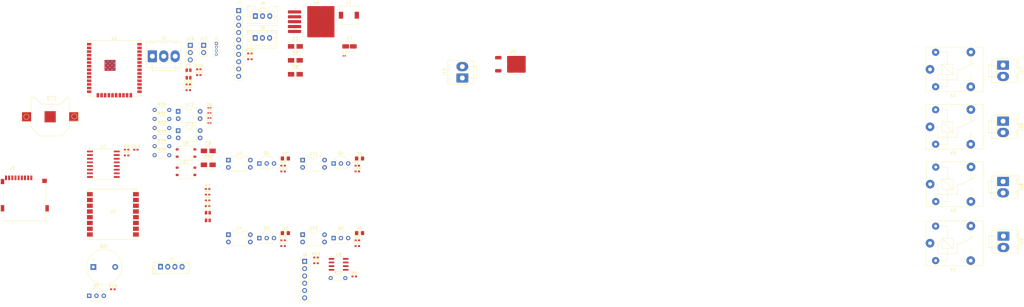
<source format=kicad_pcb>
(kicad_pcb (version 20240108) (generator "pcbnew") (generator_version "8.0")
  (layers (0 "F.Cu" signal) (31 "B.Cu" signal) (34 "B.Paste" user) (35 "F.Paste" user) (36 "B.SilkS" user "B.Silkscreen") (37 "F.SilkS" user "F.Silkscreen") (38 "B.Mask" user) (39 "F.Mask" user) (44 "Edge.Cuts" user))
  (net 0 "")
  (net 1 "+5V")
  (net 2 "Net-(BZ1--)")
  (net 3 "+12V")
  (net 4 "+3.3V")
  (net 5 "GND")
  (net 6 "Net-(D10-A)")
  (net 7 "Net-(D6--)")
  (net 8 "Net-(D11-A)")
  (net 9 "Net-(D7--)")
  (net 10 "Net-(D1-A)")
  (net 11 "Net-(BT1-+)")
  (net 12 "Net-(D2-A)")
  (net 13 "Net-(D3-K)")
  (net 14 "Net-(D4-A)")
  (net 15 "Net-(D5-A)")
  (net 16 "Net-(J1-Pin_3)")
  (net 17 "Net-(J1-Pin_2)")
  (net 18 "/AC Trip/N")
  (net 19 "Net-(D6-Pad2)")
  (net 20 "Net-(D7-Pad2)")
  (net 21 "Net-(D10-K)")
  (net 22 "Net-(D11-K)")
  (net 23 "Net-(D12-A)")
  (net 24 "Net-(D13-A)")
  (net 25 "/AC Trip/T2")
  (net 26 "/AC Trip/T1")
  (net 27 "/Tx")
  (net 28 "/Rx")
  (net 30 "/SCL")
  (net 33 "/SDA")
  (net 34 "/D34")
  (net 36 "/D35")
  (net 37 "Net-(J12-Pin_1)")
  (net 38 "/Relay Motor1/220V")
  (net 40 "/Relay Motor1/MOTOR1")
  (net 41 "/Relay Motor2/MOTOR1")
  (net 42 "/Relay Motor2/220V")
  (net 44 "Net-(Q1-C)")
  (net 45 "/RELAY2/220V")
  (net 46 "/RELAY2/MOTOR1")
  (net 47 "/RELAY/220V")
  (net 49 "/RELAY/MOTOR1")
  (net 50 "/VDD")
  (net 51 "Net-(R1-Pad2)")
  (net 52 "Net-(Q1-B)")
  (net 54 "Net-(Q3-C)")
  (net 58 "Net-(Q5-B)")
  (net 59 "/D27")
  (net 60 "/D28")
  (net 61 "Net-(R2-Pad2)")
  (net 62 "Net-(R11-Pad2)")
  (net 63 "Net-(R12-Pad1)")
  (net 64 "/CS")
  (net 65 "/MISO")
  (net 66 "/CLK")
  (net 67 "/MOSI")
  (net 68 "/D25")
  (net 69 "Net-(Q2-C)")
  (net 70 "Net-(R15-Pad1)")
  (net 73 "Net-(Q3-B)")
  (net 77 "Net-(R16-Pad1)")
  (net 81 "/D26")
  (net 82 "Net-(R17-Pad2)")
  (net 83 "/D4")
  (net 84 "/D12")
  (net 86 "/D13")
  (net 87 "/D2")
  (net 88 "Net-(Q4-C)")
  (net 89 "Net-(R29-Pad1)")
  (net 90 "/SCK")
  (net 91 "/D15")
  (net 92 "/D33")
  (net 99 "Net-(Q2-B)")
  (net 100 "Net-(Q4-B)")
  (footprint "Diode_SMD:D_0201_0603Metric_Pad0.64x0.40mm_HandSolder" (layer "F.Cu") (at -61.86 89.42)
    (property "Reference" "D8" (at 0 -1.05 0) (layer "F.SilkS"))
    (property "Value" "D_Schottky_Small_Filled")
    (pad "1" smd roundrect (at -0.4075 0) (size 0.635 0.4) (layers "F.Cu" "F.Mask") (net 6 "Net-(D10-A)"))
    (pad "2" smd roundrect (at 0.4075 0) (size 0.635 0.4) (layers "F.Cu" "F.Mask") (net 7 "Net-(D6--)"))
  )
  (footprint "Diode_SMD:D_0201_0603Metric" (layer "F.Cu") (at -15.015 71.31)
    (property "Reference" "D3" (at 0 -1.05 0) (layer "F.SilkS"))
    (property "Value" "1N5822")
    (pad "1" smd roundrect (at -0.32 0) (size 0.46 0.4) (layers "F.Cu" "F.Mask") (net 13 "Net-(D3-K)"))
    (pad "2" smd roundrect (at 0.32 0) (size 0.46 0.4) (layers "F.Cu" "F.Mask") (net 5 "GND"))
  )
  (footprint "MSD-4-A:CUI_MSD-4-A" (layer "F.Cu") (at -126 121.5)
    (property "Reference" "J3" (at -4.325 -11.135 0) (layer "F.SilkS"))
    (property "Value" "MSD-4-A")
    (pad "" np_thru_hole circle (at -4.95 3.25) (size 1 1) (drill 1) (layers "*.Cu" "*.Mask"))
    (pad "" np_thru_hole circle (at 3.05 3.25) (size 1 1) (drill 1) (layers "*.Cu" "*.Mask"))
    (pad "1" smd rect (at 2.25 -7.75) (size 0.7 1.6) (layers "F.Cu" "F.Paste" "F.Mask"))
    (pad "2" smd rect (at 1.15 -7.75) (size 0.7 1.6) (layers "F.Cu" "F.Paste" "F.Mask") (net 64 "/CS"))
    (pad "3" smd rect (at 0.05 -7.75) (size 0.7 1.6) (layers "F.Cu" "F.Paste" "F.Mask") (net 65 "/MISO"))
    (pad "4" smd rect (at -1.05 -7.75) (size 0.7 1.6) (layers "F.Cu" "F.Paste" "F.Mask") (net 4 "+3.3V"))
    (pad "5" smd rect (at -2.15 -7.75) (size 0.7 1.6) (layers "F.Cu" "F.Paste" "F.Mask") (net 66 "/CLK"))
    (pad "6" smd rect (at -3.25 -7.75) (size 0.7 1.6) (layers "F.Cu" "F.Paste" "F.Mask") (net 5 "GND"))
    (pad "7" smd rect (at -4.35 -7.75) (size 0.7 1.6) (layers "F.Cu" "F.Paste" "F.Mask") (net 67 "/MOSI"))
    (pad "8" smd rect (at -5.45 -7.75) (size 0.7 1.6) (layers "F.Cu" "F.Paste" "F.Mask"))
    (pad "CD" smd rect (at -6.55 -7.75) (size 0.7 1.6) (layers "F.Cu" "F.Paste" "F.Mask"))
    (pad "G1" smd rect (at -7.75 -6.45) (size 1.2 1.8) (layers "F.Cu" "F.Paste" "F.Mask") (net 5 "GND"))
    (pad "G2" smd rect (at 6.85 -6.7) (size 1.6 1.5) (layers "F.Cu" "F.Paste" "F.Mask") (net 5 "GND"))
    (pad "G3" smd rect (at -7.75 2.85) (size 1.2 2.2) (layers "F.Cu" "F.Paste" "F.Mask") (net 5 "GND"))
    (pad "G4" smd rect (at 7.75 2.85) (size 1.2 2.2) (layers "F.Cu" "F.Paste" "F.Mask") (net 5 "GND"))
  )
  (footprint "Resistor_THT:R_Axial_DIN0204_L3.6mm_D1.6mm_P5.08mm_Horizontal" (layer "F.Cu") (at -80.9 93.27)
    (property "Reference" "R21" (at 2.54 -1.92 0) (layer "F.SilkS"))
    (property "Value" "150K")
    (pad "1" thru_hole circle (at 0 0) (size 1.4 1.4) (drill 0.7) (layers "*.Cu" "*.Mask") (net 20 "Net-(D7-Pad2)"))
    (pad "2" thru_hole oval (at 5.08 0) (size 1.4 1.4) (drill 0.7) (layers "*.Cu" "*.Mask") (net 25 "/AC Trip/T2"))
  )
  (footprint "Package_TO_SOT_THT:TO-92_Inline_Wide" (layer "F.Cu") (at -44.51 134.72)
    (property "Reference" "Q3" (at 2.54 -3.56 0) (layer "F.SilkS"))
    (property "Value" "2N5551-TA")
    (pad "1" thru_hole rect (at 0 0) (size 1.5 1.5) (drill 0.8) (layers "*.Cu" "*.Mask") (net 54 "Net-(Q3-C)"))
    (pad "2" thru_hole circle (at 2.54 0) (size 1.5 1.5) (drill 0.8) (layers "*.Cu" "*.Mask") (net 73 "Net-(Q3-B)"))
    (pad "3" thru_hole circle (at 5.08 0) (size 1.5 1.5) (drill 0.8) (layers "*.Cu" "*.Mask") (net 5 "GND"))
  )
  (footprint "Connector_Molex:Molex_KK-396_A-41791-0002_1x02_P3.96mm_Vertical" (layer "F.Cu") (at 213.895 74.52 -90)
    (property "Reference" "J17" (at 1.98 -6.31 90) (layer "F.SilkS"))
    (property "Value" "AUTO DRAIN")
    (pad "1" thru_hole roundrect (at 0 0 270) (size 3.16 4.1) (drill 1.7) (layers "*.Cu" "*.Mask") (roundrect_rratio 0.079114) (net 45 "/RELAY2/220V"))
    (pad "2" thru_hole oval (at 3.96 0 270) (size 3.16 4.1) (drill 1.7) (layers "*.Cu" "*.Mask") (net 46 "/RELAY2/MOTOR1"))
  )
  (footprint "Package_DIP:DIP-4_W7.62mm" (layer "F.Cu") (at -72.72 90.62)
    (property "Reference" "U12" (at 3.81 -2.33 0) (layer "F.SilkS"))
    (property "Value" "PC817")
    (pad "1" thru_hole rect (at 0 0) (size 1.6 1.6) (drill 0.8) (layers "*.Cu" "*.Mask") (net 21 "Net-(D10-K)"))
    (pad "2" thru_hole oval (at 0 2.54) (size 1.6 1.6) (drill 0.8) (layers "*.Cu" "*.Mask") (net 7 "Net-(D6--)"))
    (pad "3" thru_hole oval (at 7.62 2.54) (size 1.6 1.6) (drill 0.8) (layers "*.Cu" "*.Mask") (net 5 "GND"))
    (pad "4" thru_hole oval (at 7.62 0) (size 1.6 1.6) (drill 0.8) (layers "*.Cu" "*.Mask") (net 84 "/D12"))
  )
  (footprint "Diode_SMD:D_0201_0603Metric_Pad0.64x0.40mm_HandSolder" (layer "F.Cu") (at -61.86 91.17)
    (property "Reference" "D9" (at 0 -1.05 0) (layer "F.SilkS"))
    (property "Value" "D_Schottky_Small_Filled")
    (pad "1" smd roundrect (at -0.4075 0) (size 0.635 0.4) (layers "F.Cu" "F.Mask") (net 8 "Net-(D11-A)"))
    (pad "2" smd roundrect (at 0.4075 0) (size 0.635 0.4) (layers "F.Cu" "F.Mask") (net 9 "Net-(D7--)"))
  )
  (footprint "Inductor_SMD:L_6.3x6.3_H3" (layer "F.Cu") (at -13.4 57.16)
    (property "Reference" "L1" (at 0 -4.45 0) (layer "F.SilkS"))
    (property "Value" "100uh")
    (pad "1" smd rect (at -2.75 0) (size 1.5 2.4) (layers "F.Cu" "F.Paste" "F.Mask") (net 13 "Net-(D3-K)"))
    (pad "2" smd rect (at 2.75 0) (size 1.5 2.4) (layers "F.Cu" "F.Paste" "F.Mask") (net 1 "+5V"))
  )
  (footprint "Capacitor_SMD:CP_Elec_3x5.3" (layer "F.Cu") (at -62.27 109.22)
    (property "Reference" "C10" (at 0 -2.7 0) (layer "F.SilkS"))
    (property "Value" "C_Polarized_US")
    (pad "1" smd rect (at -1.5 0) (size 2.2 1.6) (layers "F.Cu" "F.Paste" "F.Mask") (net 8 "Net-(D11-A)"))
    (pad "2" smd rect (at 1.5 0) (size 2.2 1.6) (layers "F.Cu" "F.Paste" "F.Mask") (net 9 "Net-(D7--)"))
  )
  (footprint "Capacitor_SMD:CP_Elec_3x5.3" (layer "F.Cu") (at -32 68.01)
    (property "Reference" "C5" (at 0 -2.7 0) (layer "F.SilkS"))
    (property "Value" "10uF")
    (pad "1" smd rect (at -1.5 0) (size 2.2 1.6) (layers "F.Cu" "F.Paste" "F.Mask") (net 3 "+12V"))
    (pad "2" smd rect (at 1.5 0) (size 2.2 1.6) (layers "F.Cu" "F.Paste" "F.Mask") (net 5 "GND"))
  )
  (footprint "Resistor_SMD:R_0402_1005Metric_Pad0.72x0.64mm_HandSolder" (layer "F.Cu") (at -90.64 105.96)
    (property "Reference" "R8" (at 0 -1.17 0) (layer "F.SilkS"))
    (property "Value" "4K7")
    (pad "1" smd roundrect (at -0.5975 0) (size 0.715 0.64) (layers "F.Cu" "F.Paste" "F.Mask") (net 4 "+3.3V"))
    (pad "2" smd roundrect (at 0.5975 0) (size 0.715 0.64) (layers "F.Cu" "F.Paste" "F.Mask") (net 30 "/SCL"))
  )
  (footprint "Package_SO:SOIC-8_3.9x4.9mm_P1.27mm" (layer "F.Cu") (at -16.98 143.84)
    (property "Reference" "U9" (at 0 -3.4 0) (layer "F.SilkS"))
    (property "Value" "FM24C64B")
    (pad "1" smd roundrect (at -2.475 -1.905) (size 1.95 0.6) (layers "F.Cu" "F.Paste" "F.Mask") (net 5 "GND"))
    (pad "2" smd roundrect (at -2.475 -0.635) (size 1.95 0.6) (layers "F.Cu" "F.Paste" "F.Mask") (net 5 "GND"))
    (pad "3" smd roundrect (at -2.475 0.635) (size 1.95 0.6) (layers "F.Cu" "F.Paste" "F.Mask") (net 5 "GND"))
    (pad "4" smd roundrect (at -2.475 1.905) (size 1.95 0.6) (layers "F.Cu" "F.Paste" "F.Mask") (net 5 "GND"))
    (pad "5" smd roundrect (at 2.475 1.905) (size 1.95 0.6) (layers "F.Cu" "F.Paste" "F.Mask") (net 33 "/SDA"))
    (pad "6" smd roundrect (at 2.475 0.635) (size 1.95 0.6) (layers "F.Cu" "F.Paste" "F.Mask") (net 30 "/SCL"))
    (pad "7" smd roundrect (at 2.475 -0.635) (size 1.95 0.6) (layers "F.Cu" "F.Paste" "F.Mask"))
    (pad "8" smd roundrect (at 2.475 -1.905) (size 1.95 0.6) (layers "F.Cu" "F.Paste" "F.Mask") (net 1 "+5V"))
  )
  (footprint "Connector_Molex:Molex_KK-396_A-41791-0002_1x02_P3.96mm_Vertical" (layer "F.Cu") (at 214 134.04 -90)
    (property "Reference" "J15" (at 1.98 -6.31 90) (layer "F.SilkS"))
    (property "Value" "MOTOR1")
    (pad "1" thru_hole roundrect (at 0 0 270) (size 3.16 4.1) (drill 1.7) (layers "*.Cu" "*.Mask") (roundrect_rratio 0.079114) (net 40 "/Relay Motor1/MOTOR1"))
    (pad "2" thru_hole oval (at 3.96 0 270) (size 3.16 4.1) (drill 1.7) (layers "*.Cu" "*.Mask") (net 38 "/Relay Motor1/220V"))
  )
  (footprint "Package_DIP:DIP-4_W7.62mm" (layer "F.Cu") (at -72.72 97.32)
    (property "Reference" "U13" (at 3.81 -2.33 0) (layer "F.SilkS"))
    (property "Value" "PC817")
    (pad "1" thru_hole rect (at 0 0) (size 1.6 1.6) (drill 0.8) (layers "*.Cu" "*.Mask") (net 22 "Net-(D11-K)"))
    (pad "2" thru_hole oval (at 0 2.54) (size 1.6 1.6) (drill 0.8) (layers "*.Cu" "*.Mask") (net 9 "Net-(D7--)"))
    (pad "3" thru_hole oval (at 7.62 2.54) (size 1.6 1.6) (drill 0.8) (layers "*.Cu" "*.Mask") (net 5 "GND"))
    (pad "4" thru_hole oval (at 7.62 0) (size 1.6 1.6) (drill 0.8) (layers "*.Cu" "*.Mask") (net 86 "/D13"))
  )
  (footprint "Resistor_SMD:R_0402_1005Metric_Pad0.72x0.64mm_HandSolder" (layer "F.Cu") (at -36.27 109.53)
    (property "Reference" "R1" (at 0 -1.17 0) (layer "F.SilkS"))
    (property "Value" "1K")
    (pad "1" smd roundrect (at -0.5975 0) (size 0.715 0.64) (layers "F.Cu" "F.Paste" "F.Mask") (net 59 "/D27"))
    (pad "2" smd roundrect (at 0.5975 0) (size 0.715 0.64) (layers "F.Cu" "F.Paste" "F.Mask") (net 51 "Net-(R1-Pad2)"))
  )
  (footprint "Capacitor_SMD:CP_Elec_3x5.3" (layer "F.Cu") (at -62.27 104.37)
    (property "Reference" "C9" (at 0 -2.7 0) (layer "F.SilkS"))
    (property "Value" "C_Polarized_US")
    (pad "1" smd rect (at -1.5 0) (size 2.2 1.6) (layers "F.Cu" "F.Paste" "F.Mask") (net 6 "Net-(D10-A)"))
    (pad "2" smd rect (at 1.5 0) (size 2.2 1.6) (layers "F.Cu" "F.Paste" "F.Mask") (net 7 "Net-(D6--)"))
  )
  (footprint "Connector_PinHeader_2.54mm:PinHeader_1x03_P2.54mm_Vertical" (layer "F.Cu") (at -68.51 67.62)
    (property "Reference" "J19" (at 0 -2.33 0) (layer "F.SilkS"))
    (property "Value" "JUMPER")
    (pad "1" thru_hole rect (at 0 0) (size 1.7 1.7) (drill 1) (layers "*.Cu" "*.Mask") (net 1 "+5V"))
    (pad "2" thru_hole oval (at 0 2.54) (size 1.7 1.7) (drill 1) (layers "*.Cu" "*.Mask") (net 50 "/VDD"))
    (pad "3" thru_hole oval (at 0 5.08) (size 1.7 1.7) (drill 1) (layers "*.Cu" "*.Mask") (net 3 "+12V"))
  )
  (footprint "Resistor_SMD:R_0402_1005Metric_Pad0.72x0.64mm_HandSolder" (layer "F.Cu") (at -90.64 103.97)
    (property "Reference" "R7" (at 0 -1.17 0) (layer "F.SilkS"))
    (property "Value" "4K7")
    (pad "1" smd roundrect (at -0.5975 0) (size 0.715 0.64) (layers "F.Cu" "F.Paste" "F.Mask") (net 4 "+3.3V"))
    (pad "2" smd roundrect (at 0.5975 0) (size 0.715 0.64) (layers "F.Cu" "F.Paste" "F.Mask") (net 33 "/SDA"))
  )
  (footprint "Capacitor_SMD:C_Elec_3x5.4" (layer "F.Cu") (at -13.2 68.01)
    (property "Reference" "C7" (at 0 -2.7 0) (layer "F.SilkS"))
    (property "Value" "100uF")
    (pad "1" smd roundrect (at -1.325 0) (size 2.35 1.5) (layers "F.Cu" "F.Paste" "F.Mask") (roundrect_rratio 0.166667) (net 3 "+12V"))
    (pad "2" smd roundrect (at 1.325 0) (size 2.35 1.5) (layers "F.Cu" "F.Paste" "F.Mask") (roundrect_rratio 0.166667) (net 5 "GND"))
  )
  (footprint "LED_SMD:LED_0805_2012Metric_Pad1.15x1.40mm_HandSolder" (layer "F.Cu") (at -9.685 107.015)
    (property "Reference" "D5" (at 0 -1.65 0) (layer "F.SilkS"))
    (property "Value" "LED")
    (pad "1" smd roundrect (at -1.025 0) (size 1.15 1.4) (layers "F.Cu" "F.Paste" "F.Mask") (roundrect_rratio 0.217391) (net 5 "GND"))
    (pad "2" smd roundrect (at 1.025 0) (size 1.15 1.4) (layers "F.Cu" "F.Paste" "F.Mask") (roundrect_rratio 0.217391) (net 15 "Net-(D5-A)"))
  )
  (footprint "Package_TO_SOT_SMD:TO-263-5_TabPin3" (layer "F.Cu") (at -24.65 59.41)
    (property "Reference" "U6" (at 0 -6.65 0) (layer "F.SilkS"))
    (property "Value" "LM2576S-5")
    (pad "1" smd roundrect (at -7.65 -3.4) (size 4.6 1.1) (layers "F.Cu" "F.Paste" "F.Mask") (roundrect_rratio 0.227273) (net 3 "+12V"))
    (pad "2" smd roundrect (at -7.65 -1.7) (size 4.6 1.1) (layers "F.Cu" "F.Paste" "F.Mask") (roundrect_rratio 0.227273) (net 13 "Net-(D3-K)"))
    (pad "3" smd roundrect (at -7.65 0) (size 4.6 1.1) (layers "F.Cu" "F.Paste" "F.Mask") (roundrect_rratio 0.227273) (net 5 "GND"))
    (pad "3" smd roundrect (at -0.925 -2.775) (size 4.55 5.25) (layers "F.Cu" "F.Paste") (roundrect_rratio 0.054945) (net 5 "GND"))
    (pad "3" smd roundrect (at -0.925 2.775) (size 4.55 5.25) (layers "F.Cu" "F.Paste") (roundrect_rratio 0.054945) (net 5 "GND"))
    (pad "3" smd roundrect (at 1.5 0) (size 9.4 10.8) (layers "F.Cu" "F.Mask") (roundrect_rratio 0.026596) (net 5 "GND"))
    (pad "3" smd roundrect (at 3.925 -2.775) (size 4.55 5.25) (layers "F.Cu" "F.Paste") (roundrect_rratio 0.054945) (net 5 "GND"))
    (pad "3" smd roundrect (at 3.925 2.775) (size 4.55 5.25) (layers "F.Cu" "F.Paste") (roundrect_rratio 0.054945) (net 5 "GND"))
    (pad "4" smd roundrect (at -7.65 1.7) (size 4.6 1.1) (layers "F.Cu" "F.Paste" "F.Mask") (roundrect_rratio 0.227273) (net 1 "+5V"))
    (pad "5" smd roundrect (at -7.65 3.4) (size 4.6 1.1) (layers "F.Cu" "F.Paste" "F.Mask") (roundrect_rratio 0.227273) (net 5 "GND"))
  )
  (footprint "Package_TO_SOT_SMD:TO-269AA" (layer "F.Cu") (at -70 111.47)
    (property "Reference" "D7" (at 0 -3.4 0) (layer "F.SilkS"))
    (property "Value" "MB6S")
    (pad "1" smd roundrect (at -3.075 -1.27) (size 1 0.8) (layers "F.Cu" "F.Paste" "F.Mask") (net 18 "/AC Trip/N"))
    (pad "2" smd roundrect (at -3.075 1.27) (size 1 0.8) (layers "F.Cu" "F.Paste" "F.Mask") (net 20 "Net-(D7-Pad2)"))
    (pad "3" smd roundrect (at 3.075 1.27) (size 1 0.8) (layers "F.Cu" "F.Paste" "F.Mask") (net 8 "Net-(D11-A)"))
    (pad "4" smd roundrect (at 3.075 -1.27) (size 1 0.8) (layers "F.Cu" "F.Paste" "F.Mask") (net 9 "Net-(D7--)"))
  )
  (footprint "Resistor_SMD:R_0402_1005Metric_Pad0.72x0.64mm_HandSolder" (layer "F.Cu") (at -69.21 83.24)
    (property "Reference" "R28" (at 0 -1.17 0) (layer "F.SilkS"))
    (property "Value" "1K")
    (pad "1" smd roundrect (at -0.5975 0) (size 0.715 0.64) (layers "F.Cu" "F.Paste" "F.Mask") (net 24 "Net-(D13-A)"))
    (pad "2" smd roundrect (at 0.5975 0) (size 0.715 0.64) (layers "F.Cu" "F.Paste" "F.Mask") (net 87 "/D2"))
  )
  (footprint "Resistor_THT:R_Axial_DIN0204_L3.6mm_D1.6mm_P5.08mm_Horizontal" (layer "F.Cu") (at -19.73 148.64)
    (property "Reference" "R10" (at 2.54 -1.92 0) (layer "F.SilkS"))
    (property "Value" "1k8")
    (pad "1" thru_hole circle (at 0 0) (size 1.4 1.4) (drill 0.7) (layers "*.Cu" "*.Mask") (net 1 "+5V"))
    (pad "2" thru_hole oval (at 5.08 0) (size 1.4 1.4) (drill 0.7) (layers "*.Cu" "*.Mask") (net 30 "/SCL"))
  )
  (footprint "Package_DIP:DIP-4_W7.62mm" (layer "F.Cu") (at -29.48 133.54)
    (property "Reference" "U10" (at 3.81 -2.33 0) (layer "F.SilkS"))
    (property "Value" "PC817")
    (pad "1" thru_hole rect (at 0 0) (size 1.6 1.6) (drill 0.8) (layers "*.Cu" "*.Mask") (net 61 "Net-(R2-Pad2)"))
    (pad "2" thru_hole oval (at 0 2.54) (size 1.6 1.6) (drill 0.8) (layers "*.Cu" "*.Mask") (net 14 "Net-(D4-A)"))
    (pad "3" thru_hole oval (at 7.62 2.54) (size 1.6 1.6) (drill 0.8) (layers "*.Cu" "*.Mask") (net 77 "Net-(R16-Pad1)"))
    (pad "4" thru_hole oval (at 7.62 0) (size 1.6 1.6) (drill 0.8) (layers "*.Cu" "*.Mask") (net 50 "/VDD"))
  )
  (footprint "Capacitor_SMD:C_0504_1310Metric_Pad0.83x1.28mm_HandSolder" (layer "F.Cu") (at -69.12 76.31)
    (property "Reference" "C1" (at 0 -1.49 0) (layer "F.SilkS"))
    (property "Value" "22uF")
    (pad "1" smd roundrect (at -0.6275 0) (size 0.835 1.28) (layers "F.Cu" "F.Paste" "F.Mask") (net 4 "+3.3V"))
    (pad "2" smd roundrect (at 0.6275 0) (size 0.835 1.28) (layers "F.Cu" "F.Paste" "F.Mask") (net 5 "GND"))
  )
  (footprint "Resistor_SMD:R_0402_1005Metric_Pad0.72x0.64mm_HandSolder" (layer "F.Cu") (at -24.83 141.48)
    (property "Reference" "R13" (at 0 -1.17 0) (layer "F.SilkS"))
    (property "Value" "10K")
    (pad "1" smd roundrect (at -0.5975 0) (size 0.715 0.64) (layers "F.Cu" "F.Paste" "F.Mask") (net 4 "+3.3V"))
    (pad "2" smd roundrect (at 0.5975 0) (size 0.715 0.64) (layers "F.Cu" "F.Paste" "F.Mask") (net 30 "/SCL"))
  )
  (footprint "Resistor_SMD:R_0402_1005Metric_Pad0.72x0.64mm_HandSolder" (layer "F.Cu") (at -95.4 152.53)
    (property "Reference" "R19" (at 0 -1.17 0) (layer "F.SilkS"))
    (property "Value" "1k")
    (pad "1" smd roundrect (at -0.5975 0) (size 0.715 0.64) (layers "F.Cu" "F.Paste" "F.Mask") (net 83 "/D4"))
    (pad "2" smd roundrect (at 0.5975 0) (size 0.715 0.64) (layers "F.Cu" "F.Paste" "F.Mask") (net 58 "Net-(Q5-B)"))
  )
  (footprint "Connector_Molex:Molex_KK-396_A-41791-0002_1x02_P3.96mm_Vertical" (layer "F.Cu") (at 213.895 115.02 -90)
    (property "Reference" "J18" (at 1.98 -6.31 90) (layer "F.SilkS"))
    (property "Value" "Buzzer AC")
    (pad "1" thru_hole roundrect (at 0 0 270) (size 3.16 4.1) (drill 1.7) (layers "*.Cu" "*.Mask") (roundrect_rratio 0.079114) (net 47 "/RELAY/220V"))
    (pad "2" thru_hole oval (at 3.96 0 270) (size 3.16 4.1) (drill 1.7) (layers "*.Cu" "*.Mask") (net 49 "/RELAY/MOTOR1"))
  )
  (footprint "Connector_Molex:Molex_KK-396_A-41791-0003_1x03_P3.96mm_Vertical" (layer "F.Cu") (at -81.69 71.43)
    (property "Reference" "J2" (at 3.96 -6.31 0) (layer "F.SilkS"))
    (property "Value" "MOTOR IN")
    (pad "1" thru_hole roundrect (at 0 0) (size 3.16 4.1) (drill 1.7) (layers "*.Cu" "*.Mask") (roundrect_rratio 0.079114) (net 26 "/AC Trip/T1"))
    (pad "2" thru_hole oval (at 3.96 0) (size 3.16 4.1) (drill 1.7) (layers "*.Cu" "*.Mask") (net 18 "/AC Trip/N"))
    (pad "3" thru_hole oval (at 7.92 0) (size 3.16 4.1) (drill 1.7) (layers "*.Cu" "*.Mask") (net 25 "/AC Trip/T2"))
  )
  (footprint "Buzzer_Beeper:Buzzer_12x9.5RM7.6" (layer "F.Cu") (at -102.2 144.76)
    (property "Reference" "BZ1" (at 3.8 -7.2 0) (layer "F.SilkS"))
    (property "Value" "Buzzer")
    (fp_text user "+" (at -0.01 -2.54 0) (layer "F.SilkS"))
    (pad "1" thru_hole rect (at 0 0) (size 2 2) (drill 1) (layers "*.Cu" "*.Mask") (net 1 "+5V"))
    (pad "2" thru_hole circle (at 7.6 0) (size 2 2) (drill 1) (layers "*.Cu" "*.Mask") (net 2 "Net-(BZ1--)"))
  )
  (footprint "RF_Module:Ai-Thinker-Ra-01-LoRa" (layer "F.Cu") (at -95.4 126.46)
    (property "Reference" "U3" (at 0 -1 0) (layer "F.SilkS"))
    (property "Value" "RA-02_LORA")
    (pad "1" smd rect (at -8 -7) (size 2 1.5) (layers "F.Cu" "F.Paste" "F.Mask") (net 5 "GND"))
    (pad "2" smd rect (at -8 -5) (size 2 1.5) (layers "F.Cu" "F.Paste" "F.Mask") (net 5 "GND"))
    (pad "3" smd rect (at -8 -3) (size 2 1.5) (layers "F.Cu" "F.Paste" "F.Mask") (net 4 "+3.3V"))
    (pad "4" smd rect (at -8 -1) (size 2 1.5) (layers "F.Cu" "F.Paste" "F.Mask") (net 91 "/D15"))
    (pad "5" smd rect (at -8 1) (size 2 1.5) (layers "F.Cu" "F.Paste" "F.Mask") (net 92 "/D33"))
    (pad "6" smd rect (at -8 3) (size 2 1.5) (layers "F.Cu" "F.Paste" "F.Mask"))
    (pad "7" smd rect (at -8 5) (size 2 1.5) (layers "F.Cu" "F.Paste" "F.Mask"))
    (pad "8" smd rect (at -8 7) (size 2 1.5) (layers "F.Cu" "F.Paste" "F.Mask"))
    (pad "9" smd rect (at 8 7) (size 2 1.5) (layers "F.Cu" "F.Paste" "F.Mask") (net 5 "GND"))
    (pad "10" smd rect (at 8 5) (size 2 1.5) (layers "F.Cu" "F.Paste" "F.Mask"))
    (pad "11" smd rect (at 8 3) (size 2 1.5) (layers "F.Cu" "F.Paste" "F.Mask"))
    (pad "12" smd rect (at 8 1) (size 2 1.5) (layers "F.Cu" "F.Paste" "F.Mask") (net 90 "/SCK"))
    (pad "13" smd rect (at 8 -1) (size 2 1.5) (layers "F.Cu" "F.Paste" "F.Mask") (net 65 "/MISO"))
    (pad "14" smd rect (at 8 -3) (size 2 1.5) (layers "F.Cu" "F.Paste" "F.Mask") (net 67 "/MOSI"))
    (pad "15" smd rect (at 8 -5) (size 2 1.5) (layers "F.Cu" "F.Paste" "F.Mask") (net 64 "/CS"))
    (pad "16" smd rect (at 8 -7) (size 2 1.5) (layers "F.Cu" "F.Paste" "F.Mask") (net 5 "GND"))
  )
  (footprint "Package_TO_SOT_THT:TO-92_Inline_Wide" (layer "F.Cu") (at -18.72 108.75)
    (property "Reference" "Q4" (at 2.54 -3.56 0) (layer "F.SilkS"))
    (property "Value" "2N5551-TA")
    (pad "1" thru_hole rect (at 0 0) (size 1.5 1.5) (drill 0.8) (layers "*.Cu" "*.Mask") (net 88 "Net-(Q4-C)"))
    (pad "2" thru_hole circle (at 2.54 0) (size 1.5 1.5) (drill 0.8) (layers "*.Cu" "*.Mask") (net 100 "Net-(Q4-B)"))
    (pad "3" thru_hole circle (at 5.08 0) (size 1.5 1.5) (drill 0.8) (layers "*.Cu" "*.Mask") (net 5 "GND"))
  )
  (footprint "LED_SMD:LED_0402_1005Metric_Pad0.77x0.64mm_HandSolder" (layer "F.Cu") (at -65.54 77.98)
    (property "Reference" "D13" (at 0 -1.17 0) (layer "F.SilkS"))
    (property "Value" "BIRU")
    (pad "1" smd roundrect (at -0.5725 0) (size 0.765 0.64) (layers "F.Cu" "F.Paste" "F.Mask") (net 5 "GND"))
    (pad "2" smd roundrect (at 0.5725 0) (size 0.765 0.64) (layers "F.Cu" "F.Paste" "F.Mask") (net 24 "Net-(D13-A)"))
  )
  (footprint "Resistor_THT:R_Axial_DIN0204_L3.6mm_D1.6mm_P5.08mm_Horizontal" (layer "F.Cu") (at -80.9 99.57)
    (property "Reference" "R23" (at 2.54 -1.92 0) (layer "F.SilkS"))
    (property "Value" "10k")
    (pad "1" thru_hole circle (at 0 0) (size 1.4 1.4) (drill 0.7) (layers "*.Cu" "*.Mask") (net 84 "/D12"))
    (pad "2" thru_hole oval (at 5.08 0) (size 1.4 1.4) (drill 0.7) (layers "*.Cu" "*.Mask") (net 5 "GND"))
  )
  (footprint "Resistor_THT:R_Axial_DIN0204_L3.6mm_D1.6mm_P5.08mm_Horizontal" (layer "F.Cu") (at -80.9 105.87)
    (property "Reference" "R25" (at 2.54 -1.92 0) (layer "F.SilkS"))
    (property "Value" "10k")
    (pad "1" thru_hole circle (at 0 0) (size 1.4 1.4) (drill 0.7) (layers "*.Cu" "*.Mask") (net 86 "/D13"))
    (pad "2" thru_hole oval (at 5.08 0) (size 1.4 1.4) (drill 0.7) (layers "*.Cu" "*.Mask") (net 5 "GND"))
  )
  (footprint "LED_SMD:LED_0805_2012Metric_Pad1.15x1.40mm_HandSolder" (layer "F.Cu") (at -9.685 132.985)
    (property "Reference" "D4" (at 0 -1.65 0) (layer "F.SilkS"))
    (property "Value" "LED")
    (pad "1" smd roundrect (at -1.025 0) (size 1.15 1.4) (layers "F.Cu" "F.Paste" "F.Mask") (roundrect_rratio 0.217391) (net 5 "GND"))
    (pad "2" smd roundrect (at 1.025 0) (size 1.15 1.4) (layers "F.Cu" "F.Paste" "F.Mask") (roundrect_rratio 0.217391) (net 14 "Net-(D4-A)"))
  )
  (footprint "LED_SMD:LED_0805_2012Metric_Pad1.15x1.40mm_HandSolder" (layer "F.Cu") (at -35.475 132.985)
    (property "Reference" "D2" (at 0 -1.65 0) (layer "F.SilkS"))
    (property "Value" "LED")
    (pad "1" smd roundrect (at -1.025 0) (size 1.15 1.4) (layers "F.Cu" "F.Paste" "F.Mask") (roundrect_rratio 0.217391) (net 5 "GND"))
    (pad "2" smd roundrect (at 1.025 0) (size 1.15 1.4) (layers "F.Cu" "F.Paste" "F.Mask") (roundrect_rratio 0.217391) (net 12 "Net-(D2-A)"))
  )
  (footprint "Relay_THT:Relay_SPDT_SANYOU_SRD_Series_Form_C" (layer "F.Cu") (at 188.5 136.5)
    (property "Reference" "K1" (at 8.1 9.2 0) (layer "F.SilkS"))
    (property "Value" "SANYOU_SRD_Form_C")
    (pad "1" thru_hole circle (at 0 0 90) (size 3 3) (drill 1.3) (layers "*.Cu" "*.Mask") (net 38 "/Relay Motor1/220V"))
    (pad "2" thru_hole circle (at 1.95 6.05 90) (size 2.5 2.5) (drill 1) (layers "*.Cu" "*.Mask") (net 44 "Net-(Q1-C)"))
    (pad "3" thru_hole circle (at 14.15 6.05 90) (size 3 3) (drill 1.3) (layers "*.Cu" "*.Mask") (net 40 "/Relay Motor1/MOTOR1"))
    (pad "4" thru_hole circle (at 14.2 -6 90) (size 3 3) (drill 1.3) (layers "*.Cu" "*.Mask"))
    (pad "5" thru_hole circle (at 1.95 -5.95 90) (size 2.5 2.5) (drill 1) (layers "*.Cu" "*.Mask") (net 50 "/VDD"))
  )
  (footprint "Resistor_SMD:R_0402_1005Metric_Pad0.72x0.64mm_HandSolder" (layer "F.Cu") (at -10.48 111.52)
    (property "Reference" "R29" (at 0 -1.17 0) (layer "F.SilkS"))
    (property "Value" "510")
    (pad "1" smd roundrect (at -0.5975 0) (size 0.715 0.64) (layers "F.Cu" "F.Paste" "F.Mask") (net 89 "Net-(R29-Pad1)"))
    (pad "2" smd roundrect (at 0.5975 0) (size 0.715 0.64) (layers "F.Cu" "F.Paste" "F.Mask") (net 100 "Net-(Q4-B)"))
  )
  (footprint "Connector_Molex:Molex_KK-396_A-41791-0002_1x02_P3.96mm_Vertical" (layer "F.Cu") (at 213.895 94.02 -90)
    (property "Reference" "J16" (at 1.98 -6.31 90) (layer "F.SilkS"))
    (property "Value" "MOTOR2")
    (pad "1" thru_hole roundrect (at 0 0 270) (size 3.16 4.1) (drill 1.7) (layers "*.Cu" "*.Mask") (roundrect_rratio 0.079114) (net 41 "/Relay Motor2/MOTOR1"))
    (pad "2" thru_hole oval (at 3.96 0 270) (size 3.16 4.1) (drill 1.7) (layers "*.Cu" "*.Mask") (net 42 "/Relay Motor2/220V"))
  )
  (footprint "LED_SMD:LED_0402_1005Metric_Pad0.77x0.64mm_HandSolder" (layer "F.Cu") (at -65.54 75.99)
    (property "Reference" "D12" (at 0 -1.17 0) (layer "F.SilkS"))
    (property "Value" "MERAH")
    (pad "1" smd roundrect (at -0.5725 0) (size 0.765 0.64) (layers "F.Cu" "F.Paste" "F.Mask") (net 5 "GND"))
    (pad "2" smd roundrect (at 0.5725 0) (size 0.765 0.64) (layers "F.Cu" "F.Paste" "F.Mask") (net 23 "Net-(D12-A)"))
  )
  (footprint "Resistor_SMD:R_0402_1005Metric_Pad0.72x0.64mm_HandSolder" (layer "F.Cu") (at -62.5 119.63)
    (property "Reference" "R4" (at 0 -1.17 0) (layer "F.SilkS"))
    (property "Value" "10K")
    (pad "1" smd roundrect (at -0.5975 0) (size 0.715 0.64) (layers "F.Cu" "F.Paste" "F.Mask") (net 65 "/MISO"))
    (pad "2" smd roundrect (at 0.5975 0) (size 0.715 0.64) (layers "F.Cu" "F.Paste" "F.Mask") (net 4 "+3.3V"))
  )
  (footprint "Resistor_SMD:R_0402_1005Metric_Pad0.72x0.64mm_HandSolder" (layer "F.Cu") (at -69.21 81.25)
    (property "Reference" "R18" (at 0 -1.17 0) (layer "F.SilkS"))
    (property "Value" "1K")
    (pad "1" smd roundrect (at -0.5975 0) (size 0.715 0.64) (layers "F.Cu" "F.Paste" "F.Mask") (net 4 "+3.3V"))
    (pad "2" smd roundrect (at 0.5975 0) (size 0.715 0.64) (layers "F.Cu" "F.Paste" "F.Mask") (net 23 "Net-(D12-A)"))
  )
  (footprint "LED_SMD:LED_0805_2012Metric_Pad1.15x1.40mm_HandSolder" (layer "F.Cu") (at -35.475 107.015)
    (property "Reference" "D1" (at 0 -1.65 0) (layer "F.SilkS"))
    (property "Value" "LED")
    (pad "1" smd roundrect (at -1.025 0) (size 1.15 1.4) (layers "F.Cu" "F.Paste" "F.Mask") (roundrect_rratio 0.217391) (net 5 "GND"))
    (pad "2" smd roundrect (at 1.025 0) (size 1.15 1.4) (layers "F.Cu" "F.Paste" "F.Mask") (roundrect_rratio 0.217391) (net 10 "Net-(D1-A)"))
  )
  (footprint "Package_DIP:DIP-4_W7.62mm" (layer "F.Cu") (at -55.27 133.54)
    (property "Reference" "U4" (at 3.81 -2.33 0) (layer "F.SilkS"))
    (property "Value" "PC817")
    (pad "1" thru_hole rect (at 0 0) (size 1.6 1.6) (drill 0.8) (layers "*.Cu" "*.Mask") (net 62 "Net-(R11-Pad2)"))
    (pad "2" thru_hole oval (at 0 2.54) (size 1.6 1.6) (drill 0.8) (layers "*.Cu" "*.Mask") (net 12 "Net-(D2-A)"))
    (pad "3" thru_hole oval (at 7.62 2.54) (size 1.6 1.6) (drill 0.8) (layers "*.Cu" "*.Mask") (net 63 "Net-(R12-Pad1)"))
    (pad "4" thru_hole oval (at 7.62 0) (size 1.6 1.6) (drill 0.8) (layers "*.Cu" "*.Mask") (net 50 "/VDD"))
  )
  (footprint "Connector_PinHeader_1.27mm:PinHeader_1x04_P1.27mm_Vertical" (layer "F.Cu") (at -59.46 66.97)
    (property "Reference" "J1" (at 0 -1.695 0) (layer "F.SilkS"))
    (property "Value" "UART")
    (pad "1" thru_hole rect (at 0 0) (size 1 1) (drill 0.65) (layers "*.Cu" "*.Mask") (net 4 "+3.3V"))
    (pad "2" thru_hole oval (at 0 1.27) (size 1 1) (drill 0.65) (layers "*.Cu" "*.Mask") (net 17 "Net-(J1-Pin_2)"))
    (pad "3" thru_hole oval (at 0 2.54) (size 1 1) (drill 0.65) (layers "*.Cu" "*.Mask") (net 16 "Net-(J1-Pin_3)"))
    (pad "4" thru_hole oval (at 0 3.81) (size 1 1) (drill 0.65) (layers "*.Cu" "*.Mask") (net 5 "GND"))
  )
  (footprint "Connector_PinSocket_2.54mm:PinSocket_1x10_P2.54mm_Vertical" (layer "F.Cu") (at -51.7 55.56)
    (property "Reference" "J7" (at 0 -2.77 0) (layer "F.SilkS"))
    (property "Value" "ADS1015")
    (pad "1" thru_hole rect (at 0 0) (size 1.7 1.7) (drill 1) (layers "*.Cu" "*.Mask") (net 4 "+3.3V"))
    (pad "2" thru_hole oval (at 0 2.54) (size 1.7 1.7) (drill 1) (layers "*.Cu" "*.Mask") (net 5 "GND"))
    (pad "3" thru_hole oval (at 0 5.08) (size 1.7 1.7) (drill 1) (layers "*.Cu" "*.Mask") (net 30 "/SCL"))
    (pad "4" thru_hole oval (at 0 7.62) (size 1.7 1.7) (drill 1) (layers "*.Cu" "*.Mask") (net 33 "/SDA"))
    (pad "5" thru_hole oval (at 0 10.16) (size 1.7 1.7) (drill 1) (layers "*.Cu" "*.Mask") (net 4 "+3.3V"))
    (pad "6" thru_hole oval (at 0 12.7) (size 1.7 1.7) (drill 1) (layers "*.Cu" "*.Mask"))
    (pad "7" thru_hole oval (at 0 15.24) (size 1.7 1.7) (drill 1) (layers "*.Cu" "*.Mask") (net 34 "/D34"))
    (pad "8" thru_hole oval (at 0 17.78) (size 1.7 1.7) (drill 1) (layers "*.Cu" "*.Mask") (net 36 "/D35"))
    (pad "9" thru_hole oval (at 0 20.32) (size 1.7 1.7) (drill 1) (layers "*.Cu" "*.Mask"))
    (pad "10" thru_hole oval (at 0 22.86) (size 1.7 1.7) (drill 1) (layers "*.Cu" "*.Mask"))
  )
  (footprint "Resistor_SMD:R_0402_1005Metric_Pad0.72x0.64mm_HandSolder" (layer "F.Cu") (at -47.8 72.47)
    (property "Reference" "R27" (at 0 -1.17 0) (layer "F.SilkS"))
    (property "Value" "10K")
    (pad "1" smd roundrect (at -0.5975 0) (size 0.715 0.64) (layers "F.Cu" "F.Paste" "F.Mask") (net 4 "+3.3V"))
    (pad "2" smd roundrect (at 0.5975 0) (size 0.715 0.64) (layers "F.Cu" "F.Paste" "F.Mask") (net 30 "/SCL"))
  )
  (footprint "Relay_THT:Relay_SPDT_SANYOU_SRD_Series_Form_C" (layer "F.Cu") (at 188.5 76)
    (property "Reference" "K4" (at 8.1 9.2 0) (layer "F.SilkS"))
    (property "Value" "SANYOU_SRD_Form_C")
    (pad "1" thru_hole circle (at 0 0 90) (size 3 3) (drill 1.3) (layers "*.Cu" "*.Mask") (net 45 "/RELAY2/220V"))
    (pad "2" thru_hole circle (at 1.95 6.05 90) (size 2.5 2.5) (drill 1) (layers "*.Cu" "*.Mask") (net 88 "Net-(Q4-C)"))
    (pad "3" thru_hole circle (at 14.15 6.05 90) (size 3 3) (drill 1.3) (layers "*.Cu" "*.Mask") (net 46 "/RELAY2/MOTOR1"))
    (pad "4" thru_hole circle (at 14.2 -6 90) (size 3 3) (drill 1.3) (layers "*.Cu" "*.Mask"))
    (pad "5" thru_hole circle (at 1.95 -5.95 90) (size 2.5 2.5) (drill 1) (layers "*.Cu" "*.Mask") (net 50 "/VDD"))
  )
  (footprint "Package_DIP:DIP-4_W7.62mm" (layer "F.Cu") (at -29.48 107.57)
    (property "Reference" "U11" (at 3.81 -2.33 0) (layer "F.SilkS"))
    (property "Value" "PC817")
    (pad "1" thru_hole rect (at 0 0) (size 1.6 1.6) (drill 0.8) (layers "*.Cu" "*.Mask") (net 82 "Net-(R17-Pad2)"))
    (pad "2" thru_hole oval (at 0 2.54) (size 1.6 1.6) (drill 0.8) (layers "*.Cu" "*.Mask") (net 15 "Net-(D5-A)"))
    (pad "3" thru_hole oval (at 7.62 2.54) (size 1.6 1.6) (drill 0.8) (layers "*.Cu" "*.Mask") (net 89 "Net-(R29-Pad1)"))
    (pad "4" thru_hole oval (at 7.62 0) (size 1.6 1.6) (drill 0.8) (layers "*.Cu" "*.Mask") (net 50 "/VDD"))
  )
  (footprint "Resistor_THT:R_Axial_DIN0204_L3.6mm_D1.6mm_P5.08mm_Horizontal" (layer "F.Cu") (at -80.9 102.72)
    (property "Reference" "R24" (at 2.54 -1.92 0) (layer "F.SilkS"))
    (property "Value" "10k")
    (pad "1" thru_hole circle (at 0 0) (size 1.4 1.4) (drill 0.7) (layers "*.Cu" "*.Mask") (net 86 "/D13"))
    (pad "2" thru_hole oval (at 5.08 0) (size 1.4 1.4) (drill 0.7) (layers "*.Cu" "*.Mask") (net 1 "+5V"))
  )
  (footprint "Connector_Molex:Molex_KK-396_A-41791-0002_1x02_P3.96mm_Vertical" (layer "F.Cu") (at 26 79 90)
    (property "Reference" "J13" (at 1.98 -6.31 90) (layer "F.SilkS"))
    (property "Value" "IN 12V")
    (pad "1" thru_hole roundrect (at 0 0 90) (size 3.16 4.1) (drill 1.7) (layers "*.Cu" "*.Mask") (roundrect_rratio 0.079114) (net 3 "+12V"))
    (pad "2" thru_hole oval (at 3.96 0 90) (size 3.16 4.1) (drill 1.7) (layers "*.Cu" "*.Mask") (net 5 "GND"))
  )
  (footprint "Connector_JST:JST_EH_B4B-EH-A_1x04_P2.50mm_Vertical" (layer "F.Cu") (at -78.85 144.69)
    (property "Reference" "J4" (at 3.75 -2.8 0) (layer "F.SilkS"))
    (property "Value" "Conn_01x04_Pin")
    (pad "1" thru_hole roundrect (at 0 0) (size 1.7 1.95) (drill 0.95) (layers "*.Cu" "*.Mask") (roundrect_rratio 0.147059) (net 1 "+5V"))
    (pad "2" thru_hole oval (at 2.5 0) (size 1.7 1.95) (drill 0.95) (layers "*.Cu" "*.Mask") (net 28 "/Rx"))
    (pad "3" thru_hole oval (at 5 0) (size 1.7 1.95) (drill 0.95) (layers "*.Cu" "*.Mask") (net 27 "/Tx"))
    (pad "4" thru_hole oval (at 7.5 0) (size 1.7 1.95) (drill 0.95) (layers "*.Cu" "*.Mask") (net 5 "GND"))
  )
  (footprint "Resistor_SMD:R_0402_1005Metric_Pad0.72x0.64mm_HandSolder" (layer "F.Cu") (at -62.5 117.64)
    (property "Reference" "R3" (at 0 -1.17 0) (layer "F.SilkS"))
    (property "Value" "10K")
    (pad "1" smd roundrect (at -0.5975 0) (size 0.715 0.64) (layers "F.Cu" "F.Paste" "F.Mask") (net 4 "+3.3V"))
    (pad "2" smd roundrect (at 0.5975 0) (size 0.715 0.64) (layers "F.Cu" "F.Paste" "F.Mask") (net 64 "/CS"))
  )
  (footprint "Resistor_SMD:R_0402_1005Metric_Pad0.72x0.64mm_HandSolder" (layer "F.Cu") (at -10.48 135.5)
    (property "Reference" "R2" (at 0 -1.17 0) (layer "F.SilkS"))
    (property "Value" "1K")
    (pad "1" smd roundrect (at -0.5975 0) (size 0.715 0.64) (layers "F.Cu" "F.Paste" "F.Mask") (net 60 "/D28"))
    (pad "2" smd roundrect (at 0.5975 0) (size 0.715 0.64) (layers "F.Cu" "F.Paste" "F.Mask") (net 61 "Net-(R2-Pad2)"))
  )
  (footprint "Relay_THT:Relay_SPDT_SANYOU_SRD_Series_Form_C" (layer "F.Cu") (at 188.5 96)
    (property "Reference" "K3" (at 8.1 9.2 0) (layer "F.SilkS"))
    (property "Value" "SANYOU_SRD_Form_C")
    (pad "1" thru_hole circle (at 0 0 90) (size 3 3) (drill 1.3) (layers "*.Cu" "*.Mask") (net 42 "/Relay Motor2/220V"))
    (pad "2" thru_hole circle (at 1.95 6.05 90) (size 2.5 2.5) (drill 1) (layers "*.Cu" "*.Mask") (net 69 "Net-(Q2-C)"))
    (pad "3" thru_hole circle (at 14.15 6.05 90) (size 3 3) (drill 1.3) (layers "*.Cu" "*.Mask") (net 41 "/Relay Motor2/MOTOR1"))
    (pad "4" thru_hole circle (at 14.2 -6 90) (size 3 3) (drill 1.3) (layers "*.Cu" "*.Mask"))
    (pad "5" thru_hole circle (at 1.95 -5.95 90) (size 2.5 2.5) (drill 1) (layers "*.Cu" "*.Mask") (net 50 "/VDD"))
  )
  (footprint "Resistor_SMD:R_0402_1005Metric_Pad0.72x0.64mm_HandSolder" (layer "F.Cu") (at -62.5 123.61)
    (property "Reference" "R6" (at 0 -1.17 0) (layer "F.SilkS"))
    (property "Value" "10K")
    (pad "1" smd roundrect (at -0.5975 0) (size 0.715 0.64) (layers "F.Cu" "F.Paste" "F.Mask") (net 67 "/MOSI"))
    (pad "2" smd roundrect (at 0.5975 0) (size 0.715 0.64) (layers "F.Cu" "F.Paste" "F.Mask") (net 4 "+3.3V"))
  )
  (footprint "Capacitor_SMD:C_0402_1005Metric_Pad0.74x0.62mm_HandSolder" (layer "F.Cu") (at -87.41 103.96)
    (property "Reference" "C12" (at 0 -1.16 0) (layer "F.SilkS"))
    (property "Value" "100nF")
    (pad "1" smd roundrect (at -0.5675 0) (size 0.735 0.62) (layers "F.Cu" "F.Paste" "F.Mask") (net 11 "Net-(BT1-+)"))
    (pad "2" smd roundrect (at 0.5675 0) (size 0.735 0.62) (layers "F.Cu" "F.Paste" "F.Mask") (net 5 "GND"))
  )
  (footprint "Capacitor_SMD:CP_Elec_3x5.3" (layer "F.Cu") (at -32 77.71)
    (property "Reference" "C8" (at 0 -2.7 0) (layer "F.SilkS"))
    (property "Value" "1000uF")
    (pad "1" smd rect (at -1.5 0) (size 2.2 1.6) (layers "F.Cu" "F.Paste" "F.Mask") (net 1 "+5V"))
    (pad "2" smd rect (at 1.5 0) (size 2.2 1.6) (layers "F.Cu" "F.Paste" "F.Mask") (net 5 "GND"))
  )
  (footprint "Resistor_SMD:R_0402_1005Metric_Pad0.72x0.64mm_HandSolder" (layer "F.Cu") (at -36.27 137.49)
    (property "Reference" "R12" (at 0 -1.17 0) (layer "F.SilkS"))
    (property "Value" "510")
    (pad "1" smd roundrect (at -0.5975 0) (size 0.715 0.64) (layers "F.Cu" "F.Paste" "F.Mask") (net 63 "Net-(R12-Pad1)"))
    (pad "2" smd roundrect (at 0.5975 0) (size 0.715 0.64) (layers "F.Cu" "F.Paste" "F.Mask") (net 73 "Net-(Q3-B)"))
  )
  (footprint "Resistor_THT:R_Axial_DIN0204_L3.6mm_D1.6mm_P5.08mm_Horizontal" (layer "F.Cu") (at -80.9 90.12)
    (property "Reference" "R20" (at 2.54 -1.92 0) (layer "F.SilkS"))
    (property "Value" "150K")
    (pad "1" thru_hole circle (at 0 0) (size 1.4 1.4) (drill 0.7) (layers "*.Cu" "*.Mask") (net 19 "Net-(D6-Pad2)"))
    (pad "2" thru_hole oval (at 5.08 0) (size 1.4 1.4) (drill 0.7) (layers "*.Cu" "*.Mask") (net 26 "/AC Trip/T1"))
  )
  (footprint "LED_SMD:LED_0201_0603Metric_Pad0.64x0.40mm_HandSolder" (layer "F.Cu") (at -61.86 92.92)
    (property "Reference" "D10" (at 0 -1.05 0) (layer "F.SilkS"))
    (property "Value" "TRIP 1")
    (pad "1" smd roundrect (at -0.4075 0) (size 0.635 0.4) (layers "F.Cu" "F.Mask") (net 21 "Net-(D10-K)"))
    (pad "2" smd roundrect (at 0.4075 0) (size 0.635 0.4) (layers "F.Cu" "F.Mask") (net 6 "Net-(D10-A)"))
  )
  (footprint "Resistor_SMD:R_0402_1005Metric_Pad0.72x0.64mm_HandSolder" (layer "F.Cu") (at -10.48 109.53)
    (property "Reference" "R17" (at 0 -1.17 0) (layer "F.SilkS"))
    (property "Value" "1K")
    (pad "1" smd roundrect (at -0.5975 0) (size 0.715 0.64) (layers "F.Cu" "F.Paste" "F.Mask") (net 81 "/D26"))
    (pad "2" smd roundrect (at 0.5975 0) (size 0.715 0.64) (layers "F.Cu" "F.Paste" "F.Mask") (net 82 "Net-(R17-Pad2)"))
  )
  (footprint "RF_Module:ESP32-WROOM-32UE" (layer "F.Cu") (at -94.9 75.67)
    (property "Reference" "U1" (at 0 -10.5 0) (layer "F.SilkS"))
    (property "Value" "ESP32-WROOM-32UE")
    (pad "1" smd rect (at -8.75 -8.41) (size 1.5 0.9) (layers "F.Cu" "F.Paste" "F.Mask") (net 5 "GND"))
    (pad "2" smd rect (at -8.75 -7.14) (size 1.5 0.9) (layers "F.Cu" "F.Paste" "F.Mask") (net 4 "+3.3V"))
    (pad "3" smd rect (at -8.75 -5.87) (size 1.5 0.9) (layers "F.Cu" "F.Paste" "F.Mask"))
    (pad "4" smd rect (at -8.75 -4.6) (size 1.5 0.9) (layers "F.Cu" "F.Paste" "F.Mask"))
    (pad "5" smd rect (at -8.75 -3.33) (size 1.5 0.9) (layers "F.Cu" "F.Paste" "F.Mask"))
    (pad "6" smd rect (at -8.75 -2.06) (size 1.5 0.9) (layers "F.Cu" "F.Paste" "F.Mask") (net 34 "/D34"))
    (pad "7" smd rect (at -8.75 -0.79) (size 1.5 0.9) (layers "F.Cu" "F.Paste" "F.Mask") (net 36 "/D35"))
    (pad "8" smd rect (at -8.75 0.48) (size 1.5 0.9) (layers "F.Cu" "F.Paste" "F.Mask") (net 60 "/D28"))
    (pad "9" smd rect (at -8.75 1.75) (size 1.5 0.9) (layers "F.Cu" "F.Paste" "F.Mask") (net 92 "/D33"))
    (pad "10" smd rect (at -8.75 3.02) (size 1.5 0.9) (layers "F.Cu" "F.Paste" "F.Mask") (net 68 "/D25"))
    (pad "11" smd rect (at -8.75 4.29) (size 1.5 0.9) (layers "F.Cu" "F.Paste" "F.Mask") (net 81 "/D26"))
    (pad "12" smd rect (at -8.75 5.56) (size 1.5 0.9) (layers "F.Cu" "F.Paste" "F.Mask") (net 59 "/D27"))
    (pad "13" smd rect (at -8.75 6.83) (size 1.5 0.9) (layers "F.Cu" "F.Paste" "F.Mask"))
    (pad "14" smd rect (at -8.75 8.1) (size 1.5 0.9) (layers "F.Cu" "F.Paste" "F.Mask") (net 84 "/D12"))
    (pad "15" smd rect (at -5.715 9.35 90) (size 1.5 0.9) (layers "F.Cu" "F.Paste" "F.Mask") (net 5 "GND"))
    (pad "16" smd rect (at -4.445 9.35 90) (size 1.5 0.9) (layers "F.Cu" "F.Paste" "F.Mask") (net 86 "/D13"))
    (pad "17" smd rect (at -3.175 9.35 90) (size 1.5 0.9) (layers "F.Cu" "F.Paste" "F.Mask"))
    (pad "18" smd rect (at -1.905 9.35 90) (size 1.5 0.9) (layers "F.Cu" "F.Paste" "F.Mask"))
    (pad "19" smd rect (at -0.635 9.35 90) (size 1.5 0.9) (layers "F.Cu" "F.Paste" "F.Mask"))
    (pad "20" smd rect (at 0.635 9.35 90) (size 1.5 0.9) (layers "F.Cu" "F.Paste" "F.Mask"))
    (pad "21" smd rect (at 1.905 9.35 90) (size 1.5 0.9) (layers "F.Cu" "F.Paste" "F.Mask"))
    (pad "22" smd rect (at 3.175 9.35 90) (size 1.5 0.9) (layers "F.Cu" "F.Paste" "F.Mask"))
    (pad "23" smd rect (at 4.445 9.35 90) (size 1.5 0.9) (layers "F.Cu" "F.Paste" "F.Mask") (net 91 "/D15"))
    (pad "24" smd rect (at 5.715 9.35 90) (size 1.5 0.9) (layers "F.Cu" "F.Paste" "F.Mask") (net 87 "/D2"))
    (pad "25" smd rect (at 8.75 8.1) (size 1.5 0.9) (layers "F.Cu" "F.Paste" "F.Mask") (net 37 "Net-(J12-Pin_1)"))
    (pad "26" smd rect (at 8.75 6.83) (size 1.5 0.9) (layers "F.Cu" "F.Paste" "F.Mask") (net 83 "/D4"))
    (pad "27" smd rect (at 8.75 5.56) (size 1.5 0.9) (layers "F.Cu" "F.Paste" "F.Mask") (net 27 "/Tx"))
    (pad "28" smd rect (at 8.75 4.29) (size 1.5 0.9) (layers "F.Cu" "F.Paste" "F.Mask") (net 28 "/Rx"))
    (pad "29" smd rect (at 8.75 3.02) (size 1.5 0.9) (layers "F.Cu" "F.Paste" "F.Mask") (net 64 "/CS"))
    (pad "30" smd rect (at 8.75 1.75) (size 1.5 0.9) (layers "F.Cu" "F.Paste" "F.Mask") (net 90 "/SCK"))
    (pad "31" smd rect (at 8.75 0.48) (size 1.5 0.9) (layers "F.Cu" "F.Paste" "F.Mask") (net 65 "/MISO"))
    (pad "32" smd rect (at 8.75 -0.79) (size 1.5 0.9) (layers "F.Cu" "F.Paste" "F.Mask"))
    (pad "33" smd rect (at 8.75 -2.06) (size 1.5 0.9) (layers "F.Cu" "F.Paste" "F.Mask") (net 33 "/SDA"))
    (pad "34" smd rect (at 8.75 -3.33) (size 1.5 0.9) (layers "F.Cu" "F.Paste" "F.Mask") (net 16 "Net-(J1-Pin_3)"))
    (pad "35" smd rect (at 8.75 -4.6) (size 1.5 0.9) (layers "F.Cu" "F.Paste" "F.Mask") (net 17 "Net-(J1-Pin_2)"))
    (pad "36" smd rect (at 8.75 -5.87) (size 1.5 0.9) (layers "F.Cu" "F.Paste" "F.Mask") (net 30 "/SCL"))
    (pad "37" smd rect (at 8.75 -7.14) (size 1.5 0.9) (layers "F.Cu" "F.Paste" "F.Mask") (net 67 "/MOSI"))
    (pad "38" smd rect (at 8.75 -8.41) (size 1.5 0.9) (layers "F.Cu" "F.Paste" "F.Mask") (net 5 "GND"))
    (pad "39" smd rect (at -2.9 -2.47) (size 0.9 0.9) (layers "F.Cu" "F.Paste") (net 5 "GND"))
    (pad "39" thru_hole circle (at -2.9 -1.77) (size 0.6 0.6) (drill 0.2) (property pad_prop_heatsink) (layers "*.Cu" "F.Mask") (net 5 "GND"))
    (pad "39" smd rect (at -2.9 -1.07) (size 0.9 0.9) (layers "F.Cu" "F.Paste") (net 5 "GND"))
    (pad "39" thru_hole circle (at -2.9 -0.37) (size 0.6 0.6) (drill 0.2) (property pad_prop_heatsink) (layers "*.Cu" "F.Mask") (net 5 "GND"))
    (pad "39" smd rect (at -2.9 0.33) (size 0.9 0.9) (layers "F.Cu" "F.Paste") (net 5 "GND"))
    (pad "39" thru_hole circle (at -2.2 -2.47) (size 0.6 0.6) (drill 0.2) (property pad_prop_heatsink) (layers "*.Cu" "F.Mask") (net 5 "GND"))
    (pad "39" thru_hole circle (at -2.2 -1.07) (size 0.6 0.6) (drill 0.2) (property pad_prop_heatsink) (layers "*.Cu" "F.Mask") (net 5 "GND"))
    (pad "39" thru_hole circle (at -2.2 0.33) (size 0.6 0.6) (drill 0.2) (property pad_prop_heatsink) (layers "*.Cu" "F.Mask") (net 5 "GND"))
    (pad "39" smd rect (at -1.5 -2.47) (size 0.9 0.9) (layers "F.Cu" "F.Paste") (net 5 "GND"))
    (pad "39" thru_hole circle (at -1.5 -1.77) (size 0.6 0.6) (drill 0.2) (property pad_prop_heatsink) (layers "*.Cu" "F.Mask") (net 5 "GND"))
    (pad "39" smd rect (at -1.5 -1.07) (size 0.9 0.9) (layers "F.Cu" "F.Paste") (net 5 "GND"))
    (pad "39" smd rect (at -1.5 -1.07) (size 3.8 3.8) (layers "F.Cu" "F.Mask") (net 5 "GND"))
    (pad "39" thru_hole circle (at -1.5 -0.37) (size 0.6 0.6) (drill 0.2) (property pad_prop_heatsink) (layers "*.Cu" "F.Mask") (net 5 "GND"))
    (pad "39" smd rect (at -1.5 0.33) (size 0.9 0.9) (layers "F.Cu" "F.Paste") (net 5 "GND"))
    (pad "39" thru_hole circle (at -0.8 -2.47) (size 0.6 0.6) (drill 0.2) (property pad_prop_heatsink) (layers "*.Cu" "F.Mask") (net 5 "GND"))
    (pad "39" thru_hole circle (at -0.8 -1.07) (size 0.6 0.6) (drill 0.2) (property pad_prop_heatsink) (layers "*.Cu" "F.Mask") (net 5 "GND"))
    (pad "39" thru_hole circle (at -0.8 0.33) (size 0.6 0.6) (drill 0.2) (property pad_prop_heatsink) (layers "*.Cu" "F.Mask") (net 5 "GND"))
    (pad "39" smd rect (at -0.1 -2.47) (size 0.9 0.9) (layers "F.Cu" "F.Paste") (net 5 "GND"))
    (pad "39" thru_hole circle (at -0.1 -1.77) (size 0.6 0.6) (drill 0.2) (property pad_prop_heatsink) (layers "*.Cu" "F.Mask") (net 5 "GND"))
    (pad "39" smd rect (at -0.1 -1.07) (size 0.9 0.9) (layers "F.Cu" "F.Paste") (net 5 "GND"))
    (pad "39" thru_hole circle (at -0.1 -0.37) (size 0.6 0.6) (drill 0.2) (property pad_prop_heatsink) (layers "*.Cu" "F.Mask") (net 5 "GND"))
    (pad "39" smd rect (at -0.1 0.33) (size 0.9 0.9) (layers "F.Cu" "F.Paste") (net 5 "GND"))
  )
  (footprint "Connector_JST:JST_XH_B3B-XH-A_1x03_P2.50mm_Vertical" (layer "F.Cu") (at -45.95 65.06)
    (property "Reference" "J8" (at 2.5 -3.55 0) (layer "F.SilkS"))
    (property "Value" "PREASURE SENSOR")
    (pad "1" thru_hole roundrect (at 0 0) (size 1.7 1.95) (drill 0.95) (layers "*.Cu" "*.Mask") (roundrect_rratio 0.147059) (net 5 "GND"))
    (pad "2" thru_hole oval (at 2.5 0) (size 1.7 1.95) (drill 0.95) (layers "*.Cu" "*.Mask") (net 36 "/D35"))
    (pad "3" thru_hole oval (at 5 0) (size 1.7 1.95) (drill 0.95) (layers "*.Cu" "*.Mask") (net 3 "+12V"))
  )
  (footprint "Resistor_SMD:R_0402_1005Metric_Pad0.72x0.64mm_HandSolder" (layer "F.Cu") (at -47.8 70.48)
    (property "Reference" "R26" (at 0 -1.17 0) (layer "F.SilkS"))
    (property "Value" "10K")
    (pad "1" smd roundrect (at -0.5975 0) (size 0.715 0.64) (layers "F.Cu" "F.Paste" "F.Mask") (net 4 "+3.3V"))
    (pad "2" smd roundrect (at 0.5975 0) (size 0.715 0.64) (layers "F.Cu" "F.Paste" "F.Mask") (net 33 "/SDA"))
  )
  (footprint "Resistor_THT:R_Axial_DIN0204_L3.6mm_D1.6mm_P5.08mm_Horizontal" (layer "F.Cu") (at -80.9 96.42)
    (property "Reference" "R22" (at 2.54 -1.92 0) (layer "F.SilkS"))
    (property "Value" "10k")
    (pad "1" thru_hole circle (at 0 0) (size 1.4 1.4) (drill 0.7) (layers "*.Cu" "*.Mask") (net 84 "/D12"))
    (pad "2" thru_hole oval (at 5.08 0) (size 1.4 1.4) (drill 0.7) (layers "*.Cu" "*.Mask") (net 1 "+5V"))
  )
  (footprint "Package_DIP:DIP-4_W7.62mm" (layer "F.Cu") (at -55.27 107.57)
    (property "Reference" "U2" (at 3.81 -2.33 0) (layer "F.SilkS"))
    (property "Value" "PC817")
    (pad "1" thru_hole rect (at 0 0) (size 1.6 1.6) (drill 0.8) (layers "*.Cu" "*.Mask") (net 51 "Net-(R1-Pad2)"))
    (pad "2" thru_hole oval (at 0 2.54) (size 1.6 1.6) (drill 0.8) (layers "*.Cu" "*.Mask") (net 10 "Net-(D1-A)"))
    (pad "3" thru_hole oval (at 7.62 2.54) (size 1.6 1.6) (drill 0.8) (layers "*.Cu" "*.Mask") (net 70 "Net-(R15-Pad1)"))
    (pad "4" thru_hole oval (at 7.62 0) (size 1.6 1.6) (drill 0.8) (layers "*.Cu" "*.Mask") (net 50 "/VDD"))
  )
  (footprint "Resistor_SMD:R_0402_1005Metric_Pad0.72x0.64mm_HandSolder" (layer "F.Cu") (at -24.83 143.47)
    (property "Reference" "R14" (at 0 -1.17 0) (layer "F.SilkS"))
    (property "Value" "10K")
    (pad "1" smd roundrect (at -0.5975 0) (size 0.715 0.64) (layers "F.Cu" "F.Paste" "F.Mask") (net 4 "+3.3V"))
    (pad "2" smd roundrect (at 0.5975 0) (size 0.715 0.64) (layers "F.Cu" "F.Paste" "F.Mask") (net 33 "/SDA"))
  )
  (footprint "LED_SMD:LED_0201_0603Metric_Pad0.64x0.40mm_HandSolder" (layer "F.Cu") (at -61.86 94.67)
    (property "Reference" "D11" (at 0 -1.05 0) (layer "F.SilkS"))
    (property "Value" "TRIP 2")
    (pad "1" smd roundrect (at -0.4075 0) (size 0.635 0.4) (layers "F.Cu" "F.Mask") (net 22 "Net-(D11-K)"))
    (pad "2" smd roundrect (at 0.4075 0) (size 0.635 0.4) (layers "F.Cu" "F.Mask") (net 8 "Net-(D11-A)"))
  )
  (footprint "Package_TO_SOT_THT:TO-92_Inline_Wide" (layer "F.Cu") (at -103.64 154.79)
    (property "Reference" "Q5" (at 2.54 -3.56 0) (layer "F.SilkS"))
    (property "Value" "BC547")
    (pad "1" thru_hole rect (at 0 0) (size 1.5 1.5) (drill 0.8) (layers "*.Cu" "*.Mask") (net 2 "Net-(BZ1--)"))
    (pad "2" thru_hole circle (at 2.54 0) (size 1.5 1.5) (drill 0.8) (layers "*.Cu" "*.Mask") (net 58 "Net-(Q5-B)"))
    (pad "3" thru_hole circle (at 5.08 0) (size 1.5 1.5) (drill 0.8) (layers "*.Cu" "*.Mask") (net 5 "GND"))
  )
  (footprint "Connector_PinHeader_2.54mm:PinHeader_1x06_P2.54mm_Vertical" (layer "F.Cu") (at -28.78 142.81)
    (property "Reference" "J6" (at 0 -2.33 0) (layer "F.SilkS"))
    (property "Value" "SHT31")
    (pad "1" thru_hole rect (at 0 0) (size 1.7 1.7) (drill 1) (layers "*.Cu" "*.Mask") (net 4 "+3.3V"))
    (pad "2" thru_hole oval (at 0 2.54) (size 1.7 1.7) (drill 1) (layers "*.Cu" "*.Mask") (net 5 "GND"))
    (pad "3" thru_hole oval (at 0 5.08) (size 1.7 1.7) (drill 1) (layers "*.Cu" "*.Mask") (net 30 "/SCL"))
    (pad "4" thru_hole oval (at 0 7.62) (size 1.7 1.7) (drill 1) (layers "*.Cu" "*.Mask") (net 33 "/SDA"))
    (pad "5" thru_hole oval (at 0 10.16) (size 1.7 1.7) (drill 1) (layers "*.Cu" "*.Mask"))
    (pad "6" thru_hole oval (at 0 12.7) (size 1.7 1.7) (drill 1) (layers "*.Cu" "*.Mask"))
  )
  (footprint "Package_TO_SOT_THT:TO-92_Inline_Wide" (layer "F.Cu") (at -44.51 108.75)
    (property "Reference" "Q1" (at 2.54 -3.56 0) (layer "F.SilkS"))
    (property "Value" "2N5551-TA")
    (pad "1" thru_hole rect (at 0 0) (size 1.5 1.5) (drill 0.8) (layers "*.Cu" "*.Mask") (net 44 "Net-(Q1-C)"))
    (pad "2" thru_hole circle (at 2.54 0) (size 1.5 1.5) (drill 0.8) (layers "*.Cu" "*.Mask") (net 52 "Net-(Q1-B)"))
    (pad "3" thru_hole circle (at 5.08 0) (size 1.5 1.5) (drill 0.8) (layers "*.Cu" "*.Mask") (net 5 "GND"))
  )
  (footprint "Capacitor_SMD:CP_Elec_3x5.3" (layer "F.Cu") (at -32 72.86)
    (property "Reference" "C6" (at 0 -2.7 0) (layer "F.SilkS"))
    (property "Value" "10uF")
    (pad "1" smd rect (at -1.5 0) (size 2.2 1.6) (layers "F.Cu" "F.Paste" "F.Mask") (net 4 "+3.3V"))
    (pad "2" smd rect (at 1.5 0) (size 2.2 1.6) (layers "F.Cu" "F.Paste" "F.Mask") (net 5 "GND"))
  )
  (footprint "Resistor_SMD:R_0402_1005Metric_Pad0.72x0.64mm_HandSolder" (layer "F.Cu") (at -62.5 121.62)
    (property "Reference" "R5" (at 0 -1.17 0) (layer "F.SilkS"))
    (property "Value" "10K")
    (pad "1" smd roundrect (at -0.5975 0) (size 0.715 0.64) (layers "F.Cu" "F.Paste" "F.Mask") (net 66 "/CLK"))
    (pad "2" smd roundrect (at 0.5975 0) (size 0.715 0.64) (layers "F.Cu" "F.Paste" "F.Mask") (net 4 "+3.3V"))
  )
  (footprint "Resistor_SMD:R_0402_1005Metric_Pad0.72x0.64mm_HandSolder" (layer "F.Cu") (at -11.55 148.06)
    (property "Reference" "R9" (at 0 -1.17 0) (layer "F.SilkS"))
    (property "Value" "1k8")
    (pad "1" smd roundrect (at -0.5975 0) (size 0.715 0.64) (layers "F.Cu" "F.Paste" "F.Mask") (net 1 "+5V"))
    (pad "2" smd roundrect (at 0.5975 0) (size 0.715 0.64) (layers "F.Cu" "F.Paste" "F.Mask") (net 33 "/SDA"))
  )
  (footprint "Resistor_SMD:R_0402_1005Metric_Pad0.72x0.64mm_HandSolder" (layer "F.Cu") (at -10.48 137.49)
    (property "Reference" "R16" (at 0 -1.17 0) (layer "F.SilkS"))
    (property "Value" "510")
    (pad "1" smd roundrect (at -0.5975 0) (size 0.715 0.64) (layers "F.Cu" "F.Paste" "F.Mask") (net 77 "Net-(R16-Pad1)"))
    (pad "2" smd roundrect (at 0.5975 0) (size 0.715 0.64) (layers "F.Cu" "F.Paste" "F.Mask") (net 99 "Net-(Q2-B)"))
  )
  (footprint "Package_SO:SOIC-16W_7.5x10.3mm_P1.27mm" (layer "F.Cu") (at -98.72 109.01)
    (property "Reference" "U7" (at 0 -6.1 0) (layer "F.SilkS"))
    (property "Value" "DS3231M")
    (pad "1" smd roundrect (at -4.65 -4.445) (size 2.05 0.6) (layers "F.Cu" "F.Paste" "F.Mask"))
    (pad "2" smd roundrect (at -4.65 -3.175) (size 2.05 0.6) (layers "F.Cu" "F.Paste" "F.Mask") (net 4 "+3.3V"))
    (pad "3" smd roundrect (at -4.65 -1.905) (size 2.05 0.6) (layers "F.Cu" "F.Paste" "F.Mask"))
    (pad "4" smd roundrect (at -4.65 -0.635) (size 2.05 0.6) (layers "F.Cu" "F.Paste" "F.Mask"))
    (pad "5" smd roundrect (at -4.65 0.635) (size 2.05 0.6) (layers "F.Cu" "F.Paste" "F.Mask") (net 5 "GND"))
    (pad "6" smd roundrect (at -4.65 1.905) (size 2.05 0.6) (layers "F.Cu" "F.Paste" "F.Mask") (net 5 "GND"))
    (pad "7" smd roundrect (at -4.65 3.175) (size 2.05 0.6) (layers "F.Cu" "F.Paste" "F.Mask") (net 5 "GND"))
    (pad "8" smd roundrect (at -4.65 4.445) (size 2.05 0.6) (layers "F.Cu" "F.Paste" "F.Mask") (net 5 "GND"))
    (pad "9" smd roundrect (at 4.65 4.445) (size 2.05 0.6) (layers "F.Cu" "F.Paste" "F.Mask") (net 5 "GND"))
    (pad "10" smd roundrect (at 4.65 3.175) (size 2.05 0.6) (layers "F.Cu" "F.Paste" "F.Mask") (net 5 "GND"))
    (pad "11" smd roundrect (at 4.65 1.905) (size 2.05 0.6) (layers "F.Cu" "F.Paste" "F.Mask") (net 5 "GND"))
    (pad "12" smd roundrect (at 4.65 0.635) (size 2.05 0.6) (layers "F.Cu" "F.Paste" "F.Mask") (net 5 "GND"))
    (pad "13" smd roundrect (at 4.65 -0.635) (size 2.05 0.6) (layers "F.Cu" "F.Paste" "F.Mask") (net 5 "GND"))
    (pad "14" smd roundrect (at 4.65 -1.905) (size 2.05 0.6) (layers "F.Cu" "F.Paste" "F.Mask") (net 11 "Net-(BT1-+)"))
    (pad "15" smd roundrect (at 4.65 -3.175) (size 2.05 0.6) (layers "F.Cu" "F.Paste" "F.Mask") (net 33 "/SDA"))
    (pad "16" smd roundrect (at 4.65 -4.445) (size 2.05 0.6) (layers "F.Cu" "F.Paste" "F.Mask") (net 30 "/SCL"))
  )
  (footprint "Capacitor_SMD:C_0504_1310Metric_Pad0.83x1.28mm_HandSolder" (layer "F.Cu") (at -62.41 128.55)
    (property "Reference" "C4" (at 0 -1.49 0) (layer "F.SilkS"))
    (property "Value" "10uF")
    (pad "1" smd roundrect (at -0.6275 0) (size 0.835 1.28) (layers "F.Cu" "F.Paste" "F.Mask") (net 4 "+3.3V"))
    (pad "2" smd roundrect (at 0.6275 0) (size 0.835 1.28) (layers "F.Cu" "F.Paste" "F.Mask") (net 5 "GND"))
  )
  (footprint "Relay_THT:Relay_SPDT_SANYOU_SRD_Series_Form_C" (layer "F.Cu") (at 188.55 115.95)
    (property "Reference" "K2" (at 8.1 9.2 0) (layer "F.SilkS"))
    (property "Value" "SANYOU_SRD_Form_C")
    (pad "1" thru_hole circle (at 0 0 90) (size 3 3) (drill 1.3) (layers "*.Cu" "*.Mask") (net 47 "/RELAY/220V"))
    (pad "2" thru_hole circle (at 1.95 6.05 90) (size 2.5 2.5) (drill 1) (layers "*.Cu" "*.Mask") (net 54 "Net-(Q3-C)"))
    (pad "3" thru_hole circle (at 14.15 6.05 90) (size 3 3) (drill 1.3) (layers "*.Cu" "*.Mask") (net 49 "/RELAY/MOTOR1"))
    (pad "4" thru_hole circle (at 14.2 -6 90) (size 3 3) (drill 1.3) (layers "*.Cu" "*.Mask"))
    (pad "5" thru_hole circle (at 1.95 -5.95 90) (size 2.5 2.5) (drill 1) (layers "*.Cu" "*.Mask") (net 50 "/VDD"))
  )
  (footprint "Connector_PinHeader_2.54mm:PinHeader_1x02_P2.54mm_Vertical" (layer "F.Cu") (at -63.86 67.62)
    (property "Reference" "J12" (at 0 -2.33 0) (layer "F.SilkS"))
    (property "Value" "Boot")
    (pad "1" thru_hole rect (at 0 0) (size 1.7 1.7) (drill 1) (layers "*.Cu" "*.Mask") (net 37 "Net-(J12-Pin_1)"))
    (pad "2" thru_hole oval (at 0 2.54) (size 1.7 1.7) (drill 1) (layers "*.Cu" "*.Mask") (net 5 "GND"))
  )
  (footprint "Capacitor_SMD:C_0504_1310Metric_Pad0.83x1.28mm_HandSolder" (layer "F.Cu") (at -69.12 78.94)
    (property "Reference" "C2" (at 0 -1.49 0) (layer "F.SilkS"))
    (property "Value" "0.1uF")
    (pad "1" smd roundrect (at -0.6275 0) (size 0.835 1.28) (layers "F.Cu" "F.Paste" "F.Mask") (net 4 "+3.3V"))
    (pad "2" smd roundrect (at 0.6275 0) (size 0.835 1.28) (layers "F.Cu" "F.Paste" "F.Mask") (net 5 "GND"))
  )
  (footprint "Connector_JST:JST_XA_B03B-XASK-1_1x03_P2.50mm_Vertical" (layer "F.Cu") (at -45.9 57.46)
    (property "Reference" "J9" (at 2.5 -4.4 0) (layer "F.SilkS"))
    (property "Value" "CO SENSOR")
    (pad "1" thru_hole roundrect (at 0 0) (size 1.7 1.95) (drill 0.95) (layers "*.Cu" "*.Mask") (roundrect_rratio 0.147059) (net 1 "+5V"))
    (pad "2" thru_hole oval (at 2.5 0) (size 1.7 1.95) (drill 0.95) (layers "*.Cu" "*.Mask") (net 34 "/D34"))
    (pad "3" thru_hole oval (at 5 0) (size 1.7 1.95) (drill 0.95) (layers "*.Cu" "*.Mask") (net 5 "GND"))
  )
  (footprint "Capacitor_SMD:C_0504_1310Metric_Pad0.83x1.28mm_HandSolder" (layer "F.Cu") (at -62.41 125.92)
    (property "Reference" "C3" (at 0 -1.49 0) (layer "F.SilkS"))
    (property "Value" "100nF")
    (pad "1" smd roundrect (at -0.6275 0) (size 0.835 1.28) (layers "F.Cu" "F.Paste" "F.Mask") (net 4 "+3.3V"))
    (pad "2" smd roundrect (at 0.6275 0) (size 0.835 1.28) (layers "F.Cu" "F.Paste" "F.Mask") (net 5 "GND"))
  )
  (footprint "Resistor_SMD:R_0402_1005Metric_Pad0.72x0.64mm_HandSolder" (layer "F.Cu") (at -36.27 111.52)
    (property "Reference" "R15" (at 0 -1.17 0) (layer "F.SilkS"))
    (property "Value" "510")
    (pad "1" smd roundrect (at -0.5975 0) (size 0.715 0.64) (layers "F.Cu" "F.Paste" "F.Mask") (net 70 "Net-(R15-Pad1)"))
    (pad "2" smd roundrect (at 0.5975 0) (size 0.715 0.64) (layers "F.Cu" "F.Paste" "F.Mask") (net 52 "Net-(Q1-B)"))
  )
  (footprint "CR1220:CR1220-SMD" (layer "F.Cu") (at -117.2 92.5)
    (property "Reference" "BT1" (at 0.635 -6.4402 0) (layer "F.SilkS") (effects (font (size 1.32 1.32))))
    (property "Value" "CR1220MFR_FH")
    (pad "+$1" smd rect (at -8.2 0) (size 3.2 3.2) (layers "F.Cu" "F.Paste" "F.Mask"))
    (pad "+$2" smd rect (at 8.2 0) (size 3.2 3.2) (layers "F.Cu" "F.Paste" "F.Mask"))
    (pad "-" smd rect (at 0 0) (size 3.9 3.9) (layers "F.Cu" "F.Paste" "F.Mask"))
  )
  (footprint "Package_TO_SOT_THT:TO-92_Inline_Wide" (layer "F.Cu") (at -18.72 134.72)
    (property "Reference" "Q2" (at 2.54 -3.56 0) (layer "F.SilkS"))
    (property "Value" "2N5551-TA")
    (pad "1" thru_hole rect (at 0 0) (size 1.5 1.5) (drill 0.8) (layers "*.Cu" "*.Mask") (net 69 "Net-(Q2-C)"))
    (pad "2" thru_hole circle (at 2.54 0) (size 1.5 1.5) (drill 0.8) (layers "*.Cu" "*.Mask") (net 99 "Net-(Q2-B)"))
    (pad "3" thru_hole circle (at 5.08 0) (size 1.5 1.5) (drill 0.8) (layers "*.Cu" "*.Mask") (net 5 "GND"))
  )
  (footprint "Resistor_SMD:R_0402_1005Metric_Pad0.72x0.64mm_HandSolder" (layer "F.Cu") (at -36.27 135.5)
    (property "Reference" "R11" (at 0 -1.17 0) (layer "F.SilkS"))
    (property "Value" "1K")
    (pad "1" smd roundrect (at -0.5975 0) (size 0.715 0.64) (layers "F.Cu" "F.Paste" "F.Mask") (net 68 "/D25"))
    (pad "2" smd roundrect (at 0.5975 0) (size 0.715 0.64) (layers "F.Cu" "F.Paste" "F.Mask") (net 62 "Net-(R11-Pad2)"))
  )
  (footprint "Package_TO_SOT_SMD:TO-252-2" (layer "F.Cu") (at 43.54 74.22)
    (property "Reference" "U5" (at 0 -4.5 0) (layer "F.SilkS"))
    (property "Value" "LM1117DT-3.3")
    (pad "1" smd roundrect (at -5.04 -2.28) (size 2.2 1.2) (layers "F.Cu" "F.Paste" "F.Mask") (roundrect_rratio 0.208333) (net 5 "GND"))
    (pad "2" smd roundrect (at -0.415 -1.525) (size 3.05 2.75) (layers "F.Cu" "F.Paste") (roundrect_rratio 0.090909) (net 4 "+3.3V"))
    (pad "2" smd roundrect (at -0.415 1.525) (size 3.05 2.75) (layers "F.Cu" "F.Paste") (roundrect_rratio 0.090909) (net 4 "+3.3V"))
    (pad "2" smd roundrect (at 1.26 0) (size 6.4 5.8) (layers "F.Cu" "F.Mask") (roundrect_rratio 0.043103) (net 4 "+3.3V"))
    (pad "2" smd roundrect (at 2.935 -1.525) (size 3.05 2.75) (layers "F.Cu" "F.Paste") (roundrect_rratio 0.090909) (net 4 "+3.3V"))
    (pad "2" smd roundrect (at 2.935 1.525) (size 3.05 2.75) (layers "F.Cu" "F.Paste") (roundrect_rratio 0.090909) (net 4 "+3.3V"))
    (pad "3" smd roundrect (at -5.04 2.28) (size 2.2 1.2) (layers "F.Cu" "F.Paste" "F.Mask") (roundrect_rratio 0.208333) (net 3 "+12V"))
  )
  (footprint "Package_TO_SOT_SMD:TO-269AA" (layer "F.Cu") (at -70 105.12)
    (property "Reference" "D6" (at 0 -3.4 0) (layer "F.SilkS"))
    (property "Value" "MB6S")
    (pad "1" smd roundrect (at -3.075 -1.27) (size 1 0.8) (layers "F.Cu" "F.Paste" "F.Mask") (net 18 "/AC Trip/N"))
    (pad "2" smd roundrect (at -3.075 1.27) (size 1 0.8) (layers "F.Cu" "F.Paste" "F.Mask") (net 19 "Net-(D6-Pad2)"))
    (pad "3" smd roundrect (at 3.075 1.27) (size 1 0.8) (layers "F.Cu" "F.Paste" "F.Mask") (net 6 "Net-(D10-A)"))
    (pad "4" smd roundrect (at 3.075 -1.27) (size 1 0.8) (layers "F.Cu" "F.Paste" "F.Mask") (net 7 "Net-(D6--)"))
  )
)
</source>
